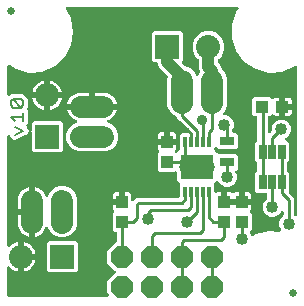
<source format=gbr>
G04 EAGLE Gerber RS-274X export*
G75*
%MOMM*%
%FSLAX34Y34*%
%LPD*%
%INTop Copper*%
%IPPOS*%
%AMOC8*
5,1,8,0,0,1.08239X$1,22.5*%
G01*
%ADD10C,0.203200*%
%ADD11R,1.000000X1.100000*%
%ADD12R,2.794000X2.083000*%
%ADD13R,0.305000X0.889000*%
%ADD14R,1.200000X0.800000*%
%ADD15R,0.635000X1.270000*%
%ADD16R,1.100000X1.000000*%
%ADD17C,1.879600*%
%ADD18R,2.032000X2.032000*%
%ADD19C,2.032000*%
%ADD20P,2.034460X8X22.500000*%
%ADD21C,0.635000*%
%ADD22C,0.254000*%
%ADD23C,1.016000*%
%ADD24C,0.889000*%
%ADD25C,1.016000*%

G36*
X89453Y4336D02*
X89453Y4336D01*
X89591Y4349D01*
X89610Y4356D01*
X89630Y4359D01*
X89759Y4410D01*
X89890Y4457D01*
X89907Y4468D01*
X89926Y4476D01*
X90038Y4557D01*
X90154Y4635D01*
X90167Y4651D01*
X90183Y4662D01*
X90272Y4770D01*
X90364Y4874D01*
X90373Y4892D01*
X90386Y4907D01*
X90445Y5033D01*
X90509Y5157D01*
X90513Y5177D01*
X90522Y5195D01*
X90548Y5332D01*
X90578Y5467D01*
X90578Y5488D01*
X90581Y5507D01*
X90573Y5646D01*
X90569Y5785D01*
X90563Y5805D01*
X90562Y5825D01*
X90519Y5957D01*
X90480Y6091D01*
X90470Y6108D01*
X90464Y6127D01*
X90389Y6245D01*
X90319Y6365D01*
X90300Y6386D01*
X90293Y6396D01*
X90278Y6410D01*
X90212Y6485D01*
X89153Y7544D01*
X89153Y17856D01*
X95800Y24503D01*
X95873Y24597D01*
X95952Y24686D01*
X95970Y24722D01*
X95995Y24754D01*
X96043Y24863D01*
X96097Y24969D01*
X96105Y25008D01*
X96121Y25046D01*
X96140Y25163D01*
X96166Y25279D01*
X96165Y25320D01*
X96171Y25360D01*
X96160Y25478D01*
X96157Y25597D01*
X96145Y25636D01*
X96142Y25676D01*
X96101Y25789D01*
X96068Y25903D01*
X96048Y25938D01*
X96034Y25976D01*
X95967Y26074D01*
X95907Y26177D01*
X95867Y26222D01*
X95855Y26239D01*
X95840Y26252D01*
X95800Y26298D01*
X89153Y32944D01*
X89153Y43256D01*
X96587Y50689D01*
X96623Y50704D01*
X96719Y50773D01*
X96820Y50837D01*
X96848Y50867D01*
X96881Y50890D01*
X96957Y50982D01*
X97038Y51069D01*
X97058Y51104D01*
X97083Y51135D01*
X97134Y51243D01*
X97192Y51347D01*
X97202Y51387D01*
X97219Y51423D01*
X97241Y51540D01*
X97271Y51655D01*
X97275Y51715D01*
X97279Y51735D01*
X97277Y51756D01*
X97281Y51816D01*
X97281Y57882D01*
X97266Y58000D01*
X97259Y58119D01*
X97247Y58157D01*
X97241Y58198D01*
X97198Y58308D01*
X97161Y58421D01*
X97139Y58456D01*
X97124Y58493D01*
X97055Y58589D01*
X96991Y58690D01*
X96961Y58718D01*
X96938Y58751D01*
X96846Y58827D01*
X96759Y58908D01*
X96724Y58928D01*
X96693Y58953D01*
X96585Y59004D01*
X96481Y59062D01*
X96441Y59072D01*
X96405Y59089D01*
X96288Y59111D01*
X96173Y59141D01*
X96113Y59145D01*
X96093Y59149D01*
X96072Y59147D01*
X96012Y59151D01*
X95337Y59151D01*
X93551Y60937D01*
X93551Y74463D01*
X94750Y75662D01*
X94823Y75756D01*
X94902Y75845D01*
X94920Y75881D01*
X94945Y75913D01*
X94992Y76022D01*
X95047Y76128D01*
X95055Y76168D01*
X95071Y76205D01*
X95090Y76322D01*
X95116Y76439D01*
X95115Y76479D01*
X95121Y76519D01*
X95110Y76638D01*
X95107Y76756D01*
X95095Y76795D01*
X95091Y76836D01*
X95051Y76948D01*
X95018Y77062D01*
X94998Y77097D01*
X94984Y77135D01*
X94917Y77233D01*
X94857Y77336D01*
X94817Y77381D01*
X94805Y77398D01*
X94790Y77411D01*
X94750Y77457D01*
X94567Y77640D01*
X94232Y78219D01*
X94059Y78866D01*
X94059Y82201D01*
X100370Y82201D01*
X100488Y82216D01*
X100607Y82223D01*
X100645Y82235D01*
X100685Y82241D01*
X100796Y82284D01*
X100909Y82321D01*
X100943Y82343D01*
X100981Y82358D01*
X101077Y82427D01*
X101178Y82491D01*
X101206Y82521D01*
X101238Y82544D01*
X101314Y82636D01*
X101396Y82723D01*
X101415Y82758D01*
X101441Y82789D01*
X101492Y82897D01*
X101549Y83001D01*
X101559Y83041D01*
X101577Y83077D01*
X101599Y83194D01*
X101629Y83309D01*
X101633Y83369D01*
X101636Y83389D01*
X101635Y83410D01*
X101639Y83470D01*
X101639Y84661D01*
X102830Y84661D01*
X102948Y84676D01*
X103067Y84683D01*
X103105Y84696D01*
X103146Y84701D01*
X103256Y84745D01*
X103369Y84781D01*
X103404Y84803D01*
X103441Y84818D01*
X103537Y84888D01*
X103638Y84951D01*
X103666Y84981D01*
X103699Y85005D01*
X103775Y85096D01*
X103856Y85183D01*
X103876Y85218D01*
X103901Y85250D01*
X103952Y85357D01*
X104010Y85462D01*
X104020Y85501D01*
X104037Y85537D01*
X104059Y85654D01*
X104089Y85770D01*
X104093Y85830D01*
X104097Y85850D01*
X104095Y85870D01*
X104099Y85930D01*
X104099Y92741D01*
X106934Y92741D01*
X107581Y92568D01*
X108160Y92233D01*
X108633Y91760D01*
X108968Y91181D01*
X109141Y90534D01*
X109141Y86563D01*
X109158Y86425D01*
X109171Y86286D01*
X109178Y86267D01*
X109181Y86247D01*
X109232Y86118D01*
X109279Y85987D01*
X109290Y85970D01*
X109298Y85951D01*
X109379Y85839D01*
X109457Y85724D01*
X109473Y85710D01*
X109484Y85694D01*
X109592Y85605D01*
X109696Y85513D01*
X109714Y85504D01*
X109729Y85491D01*
X109855Y85432D01*
X109979Y85369D01*
X109999Y85364D01*
X110017Y85356D01*
X110154Y85330D01*
X110289Y85299D01*
X110310Y85300D01*
X110329Y85296D01*
X110468Y85305D01*
X110607Y85309D01*
X110627Y85314D01*
X110647Y85316D01*
X110779Y85358D01*
X110913Y85397D01*
X110930Y85407D01*
X110949Y85414D01*
X111067Y85488D01*
X111187Y85559D01*
X111208Y85577D01*
X111218Y85584D01*
X111232Y85599D01*
X111307Y85665D01*
X112883Y87240D01*
X113781Y88139D01*
X149257Y88139D01*
X149375Y88154D01*
X149494Y88161D01*
X149532Y88174D01*
X149573Y88179D01*
X149683Y88222D01*
X149796Y88259D01*
X149831Y88281D01*
X149868Y88296D01*
X149964Y88365D01*
X150065Y88429D01*
X150093Y88459D01*
X150126Y88482D01*
X150202Y88574D01*
X150283Y88661D01*
X150303Y88696D01*
X150328Y88727D01*
X150379Y88835D01*
X150437Y88939D01*
X150447Y88979D01*
X150464Y89015D01*
X150486Y89132D01*
X150516Y89247D01*
X150520Y89307D01*
X150524Y89327D01*
X150522Y89348D01*
X150526Y89408D01*
X150526Y99032D01*
X150533Y99049D01*
X150592Y99174D01*
X150596Y99194D01*
X150604Y99212D01*
X150626Y99350D01*
X150652Y99487D01*
X150651Y99507D01*
X150654Y99527D01*
X150641Y99665D01*
X150632Y99804D01*
X150626Y99823D01*
X150624Y99843D01*
X150577Y99975D01*
X150534Y100106D01*
X150524Y100123D01*
X150517Y100143D01*
X150439Y100258D01*
X150364Y100375D01*
X150350Y100389D01*
X150338Y100406D01*
X150234Y100498D01*
X150133Y100593D01*
X150115Y100603D01*
X150100Y100616D01*
X150074Y100629D01*
X148081Y102622D01*
X148081Y109005D01*
X148064Y109143D01*
X148051Y109282D01*
X148044Y109301D01*
X148041Y109321D01*
X147990Y109450D01*
X147943Y109581D01*
X147932Y109598D01*
X147924Y109617D01*
X147843Y109729D01*
X147765Y109844D01*
X147749Y109858D01*
X147738Y109874D01*
X147630Y109963D01*
X147526Y110055D01*
X147508Y110064D01*
X147493Y110077D01*
X147367Y110136D01*
X147243Y110199D01*
X147223Y110204D01*
X147205Y110212D01*
X147069Y110238D01*
X146933Y110269D01*
X146912Y110268D01*
X146893Y110272D01*
X146754Y110264D01*
X146615Y110259D01*
X146595Y110254D01*
X146575Y110252D01*
X146443Y110209D01*
X146309Y110171D01*
X146292Y110161D01*
X146273Y110154D01*
X146155Y110080D01*
X146035Y110009D01*
X146014Y109991D01*
X146004Y109984D01*
X145990Y109969D01*
X145969Y109951D01*
X133437Y109951D01*
X131651Y111737D01*
X131651Y125263D01*
X132850Y126462D01*
X132923Y126556D01*
X133002Y126645D01*
X133020Y126681D01*
X133045Y126713D01*
X133092Y126822D01*
X133147Y126928D01*
X133155Y126968D01*
X133171Y127005D01*
X133190Y127123D01*
X133216Y127239D01*
X133215Y127279D01*
X133221Y127319D01*
X133210Y127438D01*
X133207Y127556D01*
X133195Y127595D01*
X133191Y127636D01*
X133151Y127748D01*
X133118Y127862D01*
X133098Y127897D01*
X133084Y127935D01*
X133017Y128033D01*
X132957Y128136D01*
X132917Y128181D01*
X132905Y128198D01*
X132890Y128211D01*
X132850Y128257D01*
X132667Y128440D01*
X132332Y129019D01*
X132159Y129666D01*
X132159Y133001D01*
X138470Y133001D01*
X138588Y133016D01*
X138707Y133023D01*
X138745Y133035D01*
X138785Y133041D01*
X138896Y133084D01*
X139009Y133121D01*
X139043Y133143D01*
X139081Y133158D01*
X139177Y133227D01*
X139278Y133291D01*
X139306Y133321D01*
X139338Y133344D01*
X139414Y133436D01*
X139496Y133523D01*
X139515Y133558D01*
X139541Y133589D01*
X139592Y133697D01*
X139649Y133801D01*
X139659Y133841D01*
X139677Y133877D01*
X139697Y133984D01*
X139701Y133954D01*
X139745Y133844D01*
X139781Y133731D01*
X139803Y133696D01*
X139818Y133659D01*
X139888Y133562D01*
X139951Y133462D01*
X139981Y133434D01*
X140005Y133401D01*
X140096Y133325D01*
X140183Y133244D01*
X140218Y133224D01*
X140250Y133199D01*
X140357Y133148D01*
X140462Y133090D01*
X140501Y133080D01*
X140537Y133063D01*
X140654Y133041D01*
X140770Y133011D01*
X140830Y133007D01*
X140850Y133003D01*
X140870Y133005D01*
X140930Y133001D01*
X147241Y133001D01*
X147241Y129666D01*
X147068Y129019D01*
X146733Y128440D01*
X146550Y128257D01*
X146477Y128163D01*
X146398Y128073D01*
X146380Y128037D01*
X146355Y128005D01*
X146308Y127896D01*
X146253Y127790D01*
X146245Y127751D01*
X146229Y127714D01*
X146210Y127596D01*
X146184Y127480D01*
X146185Y127440D01*
X146179Y127399D01*
X146190Y127281D01*
X146193Y127162D01*
X146205Y127123D01*
X146209Y127083D01*
X146249Y126971D01*
X146282Y126856D01*
X146302Y126822D01*
X146316Y126784D01*
X146383Y126685D01*
X146443Y126583D01*
X146483Y126537D01*
X146495Y126520D01*
X146510Y126507D01*
X146550Y126462D01*
X146660Y126352D01*
X146754Y126278D01*
X146843Y126200D01*
X146879Y126181D01*
X146911Y126157D01*
X147021Y126109D01*
X147127Y126055D01*
X147166Y126046D01*
X147203Y126030D01*
X147321Y126012D01*
X147437Y125986D01*
X147477Y125987D01*
X147517Y125980D01*
X147636Y125992D01*
X147755Y125995D01*
X147794Y126006D01*
X147834Y126010D01*
X147946Y126051D01*
X148060Y126084D01*
X148095Y126104D01*
X148133Y126118D01*
X148232Y126185D01*
X148334Y126245D01*
X148379Y126285D01*
X148396Y126296D01*
X148410Y126312D01*
X148455Y126352D01*
X150097Y127993D01*
X150109Y128002D01*
X150224Y128080D01*
X150238Y128096D01*
X150254Y128107D01*
X150343Y128215D01*
X150435Y128319D01*
X150444Y128337D01*
X150457Y128352D01*
X150516Y128478D01*
X150579Y128602D01*
X150584Y128622D01*
X150592Y128640D01*
X150618Y128776D01*
X150649Y128912D01*
X150648Y128933D01*
X150652Y128952D01*
X150644Y129091D01*
X150639Y129230D01*
X150634Y129250D01*
X150632Y129270D01*
X150590Y129402D01*
X150551Y129536D01*
X150541Y129553D01*
X150534Y129572D01*
X150526Y129585D01*
X150526Y141103D01*
X152312Y142889D01*
X157819Y142889D01*
X157957Y142906D01*
X158096Y142919D01*
X158115Y142926D01*
X158135Y142929D01*
X158264Y142980D01*
X158395Y143027D01*
X158412Y143038D01*
X158431Y143046D01*
X158543Y143127D01*
X158658Y143205D01*
X158672Y143221D01*
X158688Y143232D01*
X158777Y143340D01*
X158869Y143444D01*
X158878Y143462D01*
X158891Y143477D01*
X158950Y143603D01*
X159013Y143727D01*
X159018Y143747D01*
X159026Y143765D01*
X159052Y143901D01*
X159083Y144037D01*
X159082Y144058D01*
X159086Y144077D01*
X159077Y144216D01*
X159073Y144355D01*
X159068Y144375D01*
X159066Y144395D01*
X159024Y144527D01*
X158985Y144661D01*
X158975Y144678D01*
X158968Y144697D01*
X158894Y144815D01*
X158823Y144935D01*
X158805Y144956D01*
X158798Y144966D01*
X158783Y144980D01*
X158717Y145055D01*
X150983Y152790D01*
X148081Y155691D01*
X148081Y155871D01*
X148078Y155900D01*
X148080Y155929D01*
X148058Y156057D01*
X148041Y156186D01*
X148031Y156213D01*
X148026Y156243D01*
X147972Y156361D01*
X147924Y156482D01*
X147907Y156506D01*
X147895Y156533D01*
X147814Y156634D01*
X147738Y156739D01*
X147715Y156758D01*
X147696Y156781D01*
X147593Y156859D01*
X147493Y156942D01*
X147466Y156955D01*
X147442Y156972D01*
X147298Y157043D01*
X145350Y157850D01*
X141848Y161352D01*
X139953Y165926D01*
X139953Y189674D01*
X140149Y190147D01*
X140157Y190175D01*
X140170Y190202D01*
X140199Y190328D01*
X140233Y190454D01*
X140234Y190483D01*
X140240Y190512D01*
X140236Y190642D01*
X140238Y190772D01*
X140231Y190800D01*
X140230Y190830D01*
X140194Y190954D01*
X140164Y191081D01*
X140150Y191107D01*
X140142Y191135D01*
X140076Y191247D01*
X140015Y191362D01*
X139995Y191384D01*
X139980Y191409D01*
X139874Y191530D01*
X135274Y196130D01*
X132809Y198595D01*
X131551Y201633D01*
X131549Y201659D01*
X131536Y201697D01*
X131531Y201738D01*
X131488Y201848D01*
X131451Y201961D01*
X131429Y201996D01*
X131414Y202033D01*
X131345Y202129D01*
X131281Y202230D01*
X131251Y202258D01*
X131228Y202291D01*
X131136Y202367D01*
X131049Y202448D01*
X131014Y202468D01*
X130983Y202493D01*
X130875Y202544D01*
X130771Y202602D01*
X130731Y202612D01*
X130695Y202629D01*
X130578Y202651D01*
X130463Y202681D01*
X130403Y202685D01*
X130383Y202689D01*
X130362Y202687D01*
X130302Y202691D01*
X128277Y202691D01*
X126491Y204477D01*
X126491Y227323D01*
X128277Y229109D01*
X151123Y229109D01*
X152909Y227323D01*
X152909Y204477D01*
X152311Y203880D01*
X152238Y203786D01*
X152159Y203696D01*
X152141Y203660D01*
X152116Y203628D01*
X152069Y203519D01*
X152015Y203413D01*
X152006Y203374D01*
X151990Y203336D01*
X151971Y203219D01*
X151945Y203103D01*
X151946Y203062D01*
X151940Y203022D01*
X151951Y202904D01*
X151955Y202785D01*
X151966Y202746D01*
X151970Y202706D01*
X152010Y202594D01*
X152043Y202479D01*
X152064Y202445D01*
X152077Y202406D01*
X152144Y202308D01*
X152205Y202205D01*
X152245Y202160D01*
X152256Y202143D01*
X152271Y202130D01*
X152311Y202085D01*
X154484Y199911D01*
X154492Y199906D01*
X154497Y199899D01*
X154616Y199809D01*
X154736Y199717D01*
X154744Y199713D01*
X154752Y199707D01*
X154896Y199636D01*
X159450Y197750D01*
X162952Y194248D01*
X163927Y191893D01*
X163996Y191773D01*
X164061Y191650D01*
X164075Y191635D01*
X164085Y191617D01*
X164182Y191517D01*
X164275Y191414D01*
X164292Y191403D01*
X164306Y191389D01*
X164425Y191316D01*
X164541Y191240D01*
X164560Y191233D01*
X164577Y191222D01*
X164710Y191182D01*
X164842Y191136D01*
X164862Y191135D01*
X164881Y191129D01*
X165020Y191122D01*
X165159Y191111D01*
X165179Y191115D01*
X165199Y191114D01*
X165335Y191142D01*
X165472Y191166D01*
X165490Y191174D01*
X165510Y191178D01*
X165635Y191239D01*
X165762Y191296D01*
X165778Y191309D01*
X165796Y191318D01*
X165902Y191408D01*
X166010Y191495D01*
X166023Y191511D01*
X166038Y191524D01*
X166118Y191638D01*
X166202Y191749D01*
X166214Y191774D01*
X166221Y191784D01*
X166228Y191803D01*
X166273Y191893D01*
X167291Y194353D01*
X167318Y194448D01*
X167353Y194541D01*
X167359Y194601D01*
X167375Y194660D01*
X167377Y194759D01*
X167388Y194857D01*
X167379Y194917D01*
X167380Y194978D01*
X167357Y195074D01*
X167344Y195172D01*
X167311Y195267D01*
X167306Y195287D01*
X167301Y195298D01*
X167291Y195324D01*
X166571Y197063D01*
X166571Y204823D01*
X166559Y204921D01*
X166556Y205020D01*
X166539Y205078D01*
X166531Y205139D01*
X166495Y205231D01*
X166467Y205326D01*
X166437Y205378D01*
X166414Y205434D01*
X166356Y205514D01*
X166306Y205600D01*
X166240Y205675D01*
X166228Y205692D01*
X166218Y205699D01*
X166200Y205720D01*
X163502Y208418D01*
X161491Y213273D01*
X161491Y218527D01*
X163502Y223382D01*
X167218Y227098D01*
X172073Y229109D01*
X177327Y229109D01*
X182182Y227098D01*
X185898Y223382D01*
X187909Y218527D01*
X187909Y213273D01*
X185898Y208418D01*
X183200Y205720D01*
X183140Y205642D01*
X183072Y205570D01*
X183043Y205517D01*
X183006Y205469D01*
X182966Y205378D01*
X182918Y205292D01*
X182903Y205233D01*
X182879Y205177D01*
X182864Y205079D01*
X182839Y204984D01*
X182833Y204884D01*
X182829Y204863D01*
X182831Y204851D01*
X182829Y204823D01*
X182829Y202573D01*
X182841Y202475D01*
X182844Y202376D01*
X182861Y202317D01*
X182869Y202257D01*
X182905Y202165D01*
X182933Y202070D01*
X182963Y202018D01*
X182986Y201962D01*
X183044Y201882D01*
X183094Y201796D01*
X183160Y201721D01*
X183172Y201704D01*
X183182Y201696D01*
X183200Y201675D01*
X184691Y200185D01*
X185929Y197197D01*
X185941Y197099D01*
X185944Y197000D01*
X185961Y196942D01*
X185969Y196882D01*
X186005Y196790D01*
X186033Y196695D01*
X186063Y196642D01*
X186086Y196586D01*
X186144Y196506D01*
X186194Y196421D01*
X186260Y196345D01*
X186272Y196329D01*
X186282Y196321D01*
X186300Y196300D01*
X188352Y194248D01*
X190247Y189674D01*
X190247Y165926D01*
X188352Y161352D01*
X187156Y160155D01*
X187071Y160046D01*
X186982Y159939D01*
X186973Y159920D01*
X186961Y159904D01*
X186906Y159777D01*
X186846Y159651D01*
X186843Y159631D01*
X186835Y159612D01*
X186813Y159474D01*
X186787Y159338D01*
X186788Y159318D01*
X186785Y159298D01*
X186798Y159159D01*
X186806Y159021D01*
X186813Y159002D01*
X186814Y158982D01*
X186862Y158850D01*
X186904Y158719D01*
X186915Y158701D01*
X186922Y158682D01*
X187000Y158567D01*
X187075Y158450D01*
X187089Y158436D01*
X187101Y158419D01*
X187205Y158327D01*
X187306Y158232D01*
X187324Y158222D01*
X187339Y158209D01*
X187463Y158145D01*
X187585Y158078D01*
X187604Y158073D01*
X187622Y158064D01*
X187758Y158034D01*
X187893Y157999D01*
X187921Y157997D01*
X187933Y157994D01*
X187953Y157995D01*
X188053Y157989D01*
X189577Y157989D01*
X192565Y156751D01*
X194851Y154465D01*
X196089Y151477D01*
X196089Y148243D01*
X194915Y145410D01*
X194913Y145401D01*
X194908Y145393D01*
X194871Y145248D01*
X194831Y145104D01*
X194831Y145094D01*
X194829Y145085D01*
X194819Y144925D01*
X194819Y144318D01*
X194834Y144200D01*
X194841Y144081D01*
X194854Y144043D01*
X194859Y144002D01*
X194902Y143892D01*
X194939Y143779D01*
X194961Y143744D01*
X194976Y143707D01*
X195045Y143611D01*
X195109Y143510D01*
X195139Y143482D01*
X195162Y143449D01*
X195254Y143373D01*
X195341Y143292D01*
X195376Y143272D01*
X195407Y143247D01*
X195515Y143196D01*
X195619Y143138D01*
X195659Y143128D01*
X195695Y143111D01*
X195812Y143089D01*
X195927Y143059D01*
X195987Y143055D01*
X196007Y143051D01*
X196028Y143053D01*
X196088Y143049D01*
X197763Y143049D01*
X199549Y141263D01*
X199549Y130737D01*
X197763Y128951D01*
X183237Y128951D01*
X181840Y130348D01*
X181731Y130433D01*
X181624Y130522D01*
X181605Y130530D01*
X181589Y130543D01*
X181461Y130598D01*
X181336Y130657D01*
X181316Y130661D01*
X181297Y130669D01*
X181159Y130691D01*
X181023Y130717D01*
X181003Y130716D01*
X180983Y130719D01*
X180844Y130706D01*
X180706Y130697D01*
X180687Y130691D01*
X180667Y130689D01*
X180535Y130642D01*
X180404Y130599D01*
X180386Y130589D01*
X180367Y130582D01*
X180252Y130504D01*
X180135Y130429D01*
X180121Y130414D01*
X180104Y130403D01*
X180012Y130299D01*
X179917Y130198D01*
X179907Y130180D01*
X179894Y130165D01*
X179830Y130041D01*
X179763Y129919D01*
X179758Y129900D01*
X179749Y129881D01*
X179719Y129746D01*
X179684Y129611D01*
X179682Y129588D01*
X179667Y129551D01*
X179608Y129426D01*
X179604Y129406D01*
X179596Y129388D01*
X179574Y129250D01*
X179548Y129113D01*
X179549Y129093D01*
X179546Y129073D01*
X179559Y128935D01*
X179568Y128796D01*
X179574Y128777D01*
X179576Y128757D01*
X179623Y128625D01*
X179666Y128494D01*
X179676Y128477D01*
X179683Y128457D01*
X179761Y128342D01*
X179836Y128225D01*
X179850Y128211D01*
X179862Y128194D01*
X179966Y128102D01*
X180067Y128007D01*
X180085Y127997D01*
X180100Y127984D01*
X180126Y127971D01*
X182201Y125896D01*
X182202Y125892D01*
X182239Y125779D01*
X182261Y125744D01*
X182276Y125707D01*
X182345Y125611D01*
X182409Y125510D01*
X182439Y125482D01*
X182462Y125449D01*
X182554Y125373D01*
X182641Y125292D01*
X182676Y125272D01*
X182707Y125247D01*
X182815Y125196D01*
X182919Y125138D01*
X182959Y125128D01*
X182995Y125111D01*
X183112Y125089D01*
X183227Y125059D01*
X183287Y125055D01*
X183307Y125051D01*
X183328Y125053D01*
X183388Y125049D01*
X197763Y125049D01*
X199549Y123263D01*
X199549Y112737D01*
X197825Y111014D01*
X197807Y110991D01*
X197785Y110971D01*
X197710Y110865D01*
X197630Y110763D01*
X197619Y110735D01*
X197602Y110711D01*
X197556Y110590D01*
X197504Y110471D01*
X197499Y110442D01*
X197489Y110414D01*
X197475Y110285D01*
X197454Y110157D01*
X197457Y110127D01*
X197454Y110098D01*
X197472Y109969D01*
X197484Y109840D01*
X197494Y109812D01*
X197498Y109783D01*
X197550Y109631D01*
X198629Y107027D01*
X198629Y103793D01*
X197391Y100805D01*
X195105Y98519D01*
X192117Y97281D01*
X188883Y97281D01*
X185895Y98519D01*
X183609Y100805D01*
X183367Y101389D01*
X183343Y101432D01*
X183326Y101479D01*
X183264Y101570D01*
X183210Y101665D01*
X183175Y101701D01*
X183147Y101742D01*
X183065Y101814D01*
X182988Y101893D01*
X182946Y101919D01*
X182909Y101952D01*
X182811Y102002D01*
X182717Y102060D01*
X182670Y102074D01*
X182625Y102097D01*
X182518Y102121D01*
X182413Y102153D01*
X182364Y102156D01*
X182315Y102167D01*
X182205Y102163D01*
X182096Y102168D01*
X182047Y102158D01*
X181997Y102157D01*
X181892Y102126D01*
X181784Y102104D01*
X181740Y102082D01*
X181692Y102068D01*
X181597Y102013D01*
X181498Y101964D01*
X181461Y101932D01*
X181418Y101907D01*
X181297Y101801D01*
X180103Y100607D01*
X180091Y100598D01*
X179976Y100520D01*
X179962Y100504D01*
X179946Y100493D01*
X179857Y100385D01*
X179765Y100281D01*
X179756Y100263D01*
X179743Y100248D01*
X179684Y100122D01*
X179621Y99998D01*
X179616Y99978D01*
X179608Y99960D01*
X179582Y99824D01*
X179551Y99688D01*
X179552Y99667D01*
X179548Y99648D01*
X179556Y99509D01*
X179561Y99370D01*
X179566Y99350D01*
X179568Y99330D01*
X179610Y99198D01*
X179649Y99064D01*
X179659Y99047D01*
X179666Y99028D01*
X179674Y99015D01*
X179674Y93435D01*
X179690Y93304D01*
X179701Y93172D01*
X179710Y93146D01*
X179714Y93119D01*
X179762Y92996D01*
X179806Y92871D01*
X179821Y92849D01*
X179831Y92824D01*
X179908Y92716D01*
X179982Y92606D01*
X180002Y92588D01*
X180017Y92566D01*
X180119Y92482D01*
X180218Y92393D01*
X180242Y92381D01*
X180262Y92363D01*
X180382Y92307D01*
X180499Y92246D01*
X180526Y92239D01*
X180550Y92228D01*
X180680Y92203D01*
X180809Y92173D01*
X180836Y92173D01*
X180862Y92168D01*
X180994Y92176D01*
X181127Y92179D01*
X181153Y92186D01*
X181180Y92188D01*
X181306Y92229D01*
X181433Y92264D01*
X181468Y92281D01*
X181482Y92286D01*
X181501Y92297D01*
X181578Y92336D01*
X181979Y92568D01*
X182626Y92741D01*
X185461Y92741D01*
X185461Y85930D01*
X185476Y85812D01*
X185483Y85693D01*
X185495Y85655D01*
X185501Y85615D01*
X185544Y85504D01*
X185581Y85391D01*
X185603Y85357D01*
X185618Y85319D01*
X185687Y85223D01*
X185751Y85122D01*
X185781Y85094D01*
X185804Y85062D01*
X185896Y84986D01*
X185983Y84904D01*
X186018Y84885D01*
X186049Y84859D01*
X186157Y84808D01*
X186261Y84751D01*
X186301Y84741D01*
X186337Y84723D01*
X186454Y84701D01*
X186569Y84671D01*
X186629Y84667D01*
X186649Y84664D01*
X186670Y84665D01*
X186730Y84661D01*
X187921Y84661D01*
X187921Y83470D01*
X187936Y83352D01*
X187943Y83233D01*
X187956Y83195D01*
X187961Y83154D01*
X188005Y83044D01*
X188041Y82931D01*
X188063Y82896D01*
X188078Y82859D01*
X188148Y82762D01*
X188211Y82662D01*
X188241Y82634D01*
X188265Y82601D01*
X188356Y82525D01*
X188443Y82444D01*
X188478Y82424D01*
X188510Y82399D01*
X188617Y82348D01*
X188722Y82290D01*
X188761Y82280D01*
X188797Y82263D01*
X188914Y82241D01*
X189030Y82211D01*
X189090Y82207D01*
X189110Y82203D01*
X189130Y82205D01*
X189190Y82201D01*
X201970Y82201D01*
X202088Y82216D01*
X202207Y82223D01*
X202245Y82235D01*
X202285Y82241D01*
X202396Y82284D01*
X202509Y82321D01*
X202543Y82343D01*
X202581Y82358D01*
X202677Y82427D01*
X202778Y82491D01*
X202806Y82521D01*
X202838Y82544D01*
X202914Y82636D01*
X202996Y82723D01*
X203015Y82758D01*
X203041Y82789D01*
X203092Y82897D01*
X203149Y83001D01*
X203159Y83041D01*
X203177Y83077D01*
X203197Y83184D01*
X203201Y83154D01*
X203245Y83044D01*
X203281Y82931D01*
X203303Y82896D01*
X203318Y82859D01*
X203388Y82762D01*
X203451Y82662D01*
X203481Y82634D01*
X203505Y82601D01*
X203596Y82525D01*
X203683Y82444D01*
X203718Y82424D01*
X203750Y82399D01*
X203857Y82348D01*
X203962Y82290D01*
X204001Y82280D01*
X204037Y82263D01*
X204154Y82241D01*
X204270Y82211D01*
X204330Y82207D01*
X204350Y82203D01*
X204370Y82205D01*
X204430Y82201D01*
X210741Y82201D01*
X210741Y78866D01*
X210568Y78219D01*
X210233Y77640D01*
X210050Y77457D01*
X209977Y77363D01*
X209898Y77273D01*
X209880Y77237D01*
X209855Y77205D01*
X209808Y77096D01*
X209753Y76990D01*
X209745Y76951D01*
X209729Y76914D01*
X209710Y76796D01*
X209684Y76680D01*
X209685Y76639D01*
X209679Y76599D01*
X209690Y76481D01*
X209693Y76362D01*
X209705Y76323D01*
X209709Y76283D01*
X209749Y76171D01*
X209782Y76056D01*
X209802Y76022D01*
X209816Y75984D01*
X209883Y75885D01*
X209943Y75783D01*
X209983Y75737D01*
X209995Y75720D01*
X210010Y75707D01*
X210050Y75662D01*
X211249Y74463D01*
X211249Y60937D01*
X210071Y59760D01*
X209998Y59665D01*
X209919Y59576D01*
X209901Y59540D01*
X209876Y59508D01*
X209829Y59399D01*
X209775Y59293D01*
X209766Y59254D01*
X209750Y59216D01*
X209731Y59099D01*
X209705Y58983D01*
X209706Y58942D01*
X209700Y58902D01*
X209711Y58783D01*
X209715Y58665D01*
X209726Y58626D01*
X209730Y58586D01*
X209770Y58474D01*
X209803Y58359D01*
X209824Y58325D01*
X209837Y58286D01*
X209904Y58188D01*
X209965Y58085D01*
X210005Y58040D01*
X210016Y58023D01*
X210031Y58010D01*
X210071Y57965D01*
X210091Y57945D01*
X210698Y56480D01*
X210736Y56412D01*
X210766Y56340D01*
X210815Y56275D01*
X210855Y56204D01*
X210910Y56148D01*
X210956Y56085D01*
X211020Y56034D01*
X211077Y55975D01*
X211143Y55935D01*
X211204Y55886D01*
X211278Y55852D01*
X211348Y55809D01*
X211422Y55786D01*
X211493Y55754D01*
X211574Y55740D01*
X211652Y55716D01*
X211729Y55712D01*
X211806Y55698D01*
X211888Y55704D01*
X211969Y55700D01*
X212046Y55716D01*
X212123Y55722D01*
X212201Y55748D01*
X212281Y55765D01*
X212351Y55799D01*
X212425Y55824D01*
X212565Y55903D01*
X214629Y57252D01*
X225728Y60062D01*
X234624Y59325D01*
X234657Y59327D01*
X234689Y59321D01*
X234816Y59333D01*
X234942Y59339D01*
X234973Y59348D01*
X235006Y59351D01*
X235125Y59394D01*
X235246Y59431D01*
X235274Y59448D01*
X235305Y59459D01*
X235410Y59530D01*
X235518Y59596D01*
X235541Y59619D01*
X235568Y59638D01*
X235652Y59733D01*
X235741Y59823D01*
X235757Y59852D01*
X235778Y59876D01*
X235836Y59989D01*
X235899Y60099D01*
X235908Y60130D01*
X235923Y60159D01*
X235951Y60283D01*
X235985Y60405D01*
X235986Y60438D01*
X235993Y60470D01*
X235989Y60597D01*
X235991Y60723D01*
X235984Y60755D01*
X235983Y60787D01*
X235948Y60909D01*
X235919Y61033D01*
X235904Y61062D01*
X235895Y61093D01*
X235830Y61202D01*
X235771Y61315D01*
X235749Y61339D01*
X235733Y61367D01*
X235684Y61422D01*
X234441Y64423D01*
X234441Y67657D01*
X235679Y70645D01*
X237880Y72845D01*
X237940Y72924D01*
X238008Y72996D01*
X238037Y73049D01*
X238074Y73097D01*
X238114Y73188D01*
X238162Y73274D01*
X238177Y73333D01*
X238201Y73388D01*
X238216Y73486D01*
X238241Y73582D01*
X238247Y73682D01*
X238251Y73702D01*
X238249Y73715D01*
X238251Y73743D01*
X238251Y75688D01*
X238243Y75757D01*
X238244Y75827D01*
X238223Y75914D01*
X238211Y76003D01*
X238186Y76068D01*
X238169Y76136D01*
X238127Y76216D01*
X238094Y76299D01*
X238053Y76356D01*
X238021Y76417D01*
X237960Y76484D01*
X237908Y76556D01*
X237854Y76601D01*
X237807Y76653D01*
X237732Y76702D01*
X237663Y76759D01*
X237599Y76789D01*
X237541Y76827D01*
X237456Y76857D01*
X237375Y76895D01*
X237306Y76908D01*
X237240Y76931D01*
X237151Y76938D01*
X237063Y76955D01*
X236993Y76950D01*
X236923Y76956D01*
X236835Y76940D01*
X236745Y76935D01*
X236679Y76913D01*
X236610Y76901D01*
X236528Y76864D01*
X236443Y76837D01*
X236384Y76799D01*
X236320Y76771D01*
X236250Y76715D01*
X236174Y76667D01*
X236126Y76616D01*
X236072Y76572D01*
X236018Y76501D01*
X235956Y76435D01*
X235922Y76374D01*
X235880Y76318D01*
X235809Y76174D01*
X235491Y75405D01*
X233205Y73119D01*
X230217Y71881D01*
X226983Y71881D01*
X223995Y73119D01*
X221709Y75405D01*
X220471Y78393D01*
X220471Y81627D01*
X221709Y84615D01*
X223910Y86815D01*
X223970Y86894D01*
X224038Y86966D01*
X224067Y87019D01*
X224104Y87067D01*
X224144Y87158D01*
X224192Y87244D01*
X224207Y87303D01*
X224231Y87358D01*
X224246Y87456D01*
X224271Y87552D01*
X224277Y87652D01*
X224281Y87673D01*
X224279Y87685D01*
X224281Y87713D01*
X224281Y90932D01*
X224266Y91050D01*
X224259Y91169D01*
X224246Y91207D01*
X224241Y91248D01*
X224198Y91358D01*
X224161Y91471D01*
X224139Y91506D01*
X224124Y91543D01*
X224055Y91639D01*
X223991Y91740D01*
X223961Y91768D01*
X223938Y91801D01*
X223846Y91877D01*
X223759Y91958D01*
X223724Y91978D01*
X223693Y92003D01*
X223585Y92054D01*
X223481Y92112D01*
X223441Y92122D01*
X223405Y92139D01*
X223288Y92161D01*
X223173Y92191D01*
X223113Y92195D01*
X223093Y92199D01*
X223072Y92197D01*
X223012Y92201D01*
X216034Y92201D01*
X214248Y93987D01*
X214248Y109213D01*
X215782Y110746D01*
X215842Y110824D01*
X215910Y110896D01*
X215939Y110949D01*
X215976Y110997D01*
X216016Y111088D01*
X216064Y111175D01*
X216079Y111233D01*
X216103Y111289D01*
X216118Y111387D01*
X216143Y111483D01*
X216149Y111583D01*
X216153Y111603D01*
X216151Y111616D01*
X216153Y111644D01*
X216153Y116956D01*
X216141Y117055D01*
X216138Y117154D01*
X216121Y117212D01*
X216113Y117272D01*
X216077Y117364D01*
X216049Y117459D01*
X216019Y117511D01*
X215996Y117568D01*
X215938Y117648D01*
X215888Y117733D01*
X215822Y117808D01*
X215810Y117825D01*
X215800Y117833D01*
X215782Y117854D01*
X214248Y119387D01*
X214248Y134613D01*
X215782Y136146D01*
X215842Y136224D01*
X215910Y136296D01*
X215939Y136349D01*
X215976Y136397D01*
X216016Y136488D01*
X216064Y136575D01*
X216079Y136633D01*
X216103Y136689D01*
X216118Y136787D01*
X216143Y136883D01*
X216149Y136983D01*
X216153Y137003D01*
X216151Y137016D01*
X216153Y137044D01*
X216153Y155782D01*
X216138Y155900D01*
X216131Y156019D01*
X216118Y156057D01*
X216113Y156098D01*
X216070Y156208D01*
X216033Y156321D01*
X216011Y156356D01*
X215996Y156393D01*
X215927Y156489D01*
X215863Y156590D01*
X215833Y156618D01*
X215810Y156651D01*
X215718Y156727D01*
X215631Y156808D01*
X215596Y156828D01*
X215565Y156853D01*
X215457Y156904D01*
X215353Y156962D01*
X215313Y156972D01*
X215277Y156989D01*
X215160Y157011D01*
X215045Y157041D01*
X214985Y157045D01*
X214965Y157049D01*
X214944Y157047D01*
X214884Y157051D01*
X213337Y157051D01*
X211551Y158837D01*
X211551Y171363D01*
X213337Y173149D01*
X226863Y173149D01*
X228062Y171950D01*
X228156Y171877D01*
X228245Y171798D01*
X228281Y171780D01*
X228313Y171755D01*
X228422Y171708D01*
X228528Y171653D01*
X228568Y171645D01*
X228605Y171629D01*
X228723Y171610D01*
X228839Y171584D01*
X228879Y171585D01*
X228919Y171579D01*
X229038Y171590D01*
X229156Y171593D01*
X229195Y171605D01*
X229236Y171609D01*
X229348Y171649D01*
X229462Y171682D01*
X229497Y171702D01*
X229535Y171716D01*
X229633Y171783D01*
X229736Y171843D01*
X229781Y171883D01*
X229798Y171895D01*
X229811Y171910D01*
X229857Y171950D01*
X230040Y172133D01*
X230619Y172468D01*
X231266Y172641D01*
X234601Y172641D01*
X234601Y166330D01*
X234616Y166212D01*
X234623Y166093D01*
X234635Y166055D01*
X234641Y166015D01*
X234684Y165904D01*
X234721Y165791D01*
X234743Y165757D01*
X234758Y165719D01*
X234827Y165623D01*
X234891Y165522D01*
X234921Y165494D01*
X234944Y165462D01*
X235036Y165386D01*
X235123Y165304D01*
X235158Y165285D01*
X235189Y165259D01*
X235297Y165208D01*
X235401Y165151D01*
X235441Y165141D01*
X235477Y165123D01*
X235584Y165103D01*
X235554Y165099D01*
X235444Y165055D01*
X235331Y165019D01*
X235296Y164997D01*
X235259Y164982D01*
X235162Y164912D01*
X235062Y164849D01*
X235034Y164819D01*
X235001Y164795D01*
X234925Y164704D01*
X234844Y164617D01*
X234824Y164582D01*
X234799Y164550D01*
X234748Y164443D01*
X234690Y164338D01*
X234680Y164299D01*
X234663Y164263D01*
X234641Y164146D01*
X234611Y164030D01*
X234607Y163970D01*
X234603Y163950D01*
X234605Y163930D01*
X234601Y163870D01*
X234601Y157559D01*
X231266Y157559D01*
X230619Y157732D01*
X230040Y158067D01*
X229857Y158250D01*
X229763Y158323D01*
X229673Y158402D01*
X229637Y158420D01*
X229605Y158445D01*
X229496Y158492D01*
X229390Y158547D01*
X229351Y158555D01*
X229314Y158571D01*
X229196Y158590D01*
X229080Y158616D01*
X229039Y158615D01*
X228999Y158621D01*
X228881Y158610D01*
X228762Y158607D01*
X228723Y158595D01*
X228683Y158591D01*
X228571Y158551D01*
X228456Y158518D01*
X228422Y158498D01*
X228384Y158484D01*
X228285Y158417D01*
X228183Y158357D01*
X228137Y158317D01*
X228120Y158305D01*
X228107Y158290D01*
X228062Y158250D01*
X226863Y157051D01*
X226060Y157051D01*
X225942Y157036D01*
X225823Y157029D01*
X225785Y157016D01*
X225744Y157011D01*
X225634Y156968D01*
X225521Y156931D01*
X225486Y156909D01*
X225449Y156894D01*
X225353Y156825D01*
X225252Y156761D01*
X225224Y156731D01*
X225191Y156708D01*
X225115Y156616D01*
X225034Y156529D01*
X225014Y156494D01*
X224989Y156463D01*
X224938Y156355D01*
X224880Y156251D01*
X224870Y156211D01*
X224853Y156175D01*
X224831Y156058D01*
X224801Y155943D01*
X224797Y155883D01*
X224793Y155863D01*
X224795Y155842D01*
X224791Y155782D01*
X224791Y143793D01*
X224808Y143655D01*
X224821Y143516D01*
X224828Y143497D01*
X224831Y143477D01*
X224882Y143347D01*
X224929Y143217D01*
X224940Y143200D01*
X224948Y143181D01*
X225029Y143069D01*
X225107Y142954D01*
X225123Y142940D01*
X225134Y142924D01*
X225242Y142835D01*
X225346Y142743D01*
X225364Y142734D01*
X225379Y142721D01*
X225505Y142662D01*
X225629Y142599D01*
X225649Y142594D01*
X225667Y142586D01*
X225804Y142560D01*
X225939Y142529D01*
X225960Y142530D01*
X225979Y142526D01*
X226118Y142535D01*
X226257Y142539D01*
X226277Y142544D01*
X226297Y142546D01*
X226429Y142588D01*
X226563Y142627D01*
X226580Y142637D01*
X226599Y142644D01*
X226717Y142718D01*
X226837Y142789D01*
X226858Y142807D01*
X226868Y142814D01*
X226882Y142829D01*
X226957Y142895D01*
X227720Y143657D01*
X227780Y143735D01*
X227848Y143808D01*
X227877Y143861D01*
X227914Y143908D01*
X227954Y143999D01*
X228002Y144086D01*
X228017Y144145D01*
X228041Y144200D01*
X228056Y144298D01*
X228081Y144394D01*
X228087Y144494D01*
X228091Y144514D01*
X228089Y144527D01*
X228091Y144555D01*
X228091Y147667D01*
X229329Y150655D01*
X231615Y152941D01*
X234603Y154179D01*
X237837Y154179D01*
X240825Y152941D01*
X243111Y150655D01*
X244349Y147667D01*
X244349Y144433D01*
X243111Y141445D01*
X240825Y139159D01*
X240056Y138841D01*
X239996Y138806D01*
X239931Y138780D01*
X239858Y138728D01*
X239780Y138683D01*
X239730Y138635D01*
X239674Y138594D01*
X239616Y138524D01*
X239552Y138462D01*
X239515Y138402D01*
X239471Y138349D01*
X239432Y138267D01*
X239385Y138191D01*
X239365Y138124D01*
X239335Y138061D01*
X239318Y137973D01*
X239292Y137887D01*
X239289Y137817D01*
X239275Y137748D01*
X239281Y137659D01*
X239277Y137569D01*
X239291Y137501D01*
X239295Y137431D01*
X239323Y137346D01*
X239341Y137258D01*
X239372Y137195D01*
X239393Y137129D01*
X239441Y137053D01*
X239481Y136972D01*
X239526Y136919D01*
X239563Y136860D01*
X239629Y136798D01*
X239687Y136730D01*
X239744Y136690D01*
X239795Y136642D01*
X239874Y136598D01*
X239947Y136547D01*
X240012Y136522D01*
X240073Y136488D01*
X240161Y136466D01*
X240244Y136434D01*
X240314Y136426D01*
X240381Y136409D01*
X240542Y136399D01*
X241166Y136399D01*
X242952Y134613D01*
X242952Y119387D01*
X241418Y117854D01*
X241358Y117776D01*
X241290Y117704D01*
X241261Y117651D01*
X241224Y117603D01*
X241184Y117512D01*
X241136Y117425D01*
X241121Y117366D01*
X241097Y117311D01*
X241082Y117213D01*
X241057Y117117D01*
X241051Y117017D01*
X241047Y116997D01*
X241049Y116984D01*
X241047Y116956D01*
X241047Y111644D01*
X241059Y111545D01*
X241062Y111446D01*
X241079Y111388D01*
X241087Y111328D01*
X241123Y111236D01*
X241151Y111141D01*
X241181Y111089D01*
X241204Y111032D01*
X241262Y110952D01*
X241312Y110867D01*
X241378Y110792D01*
X241390Y110775D01*
X241400Y110767D01*
X241418Y110746D01*
X242952Y109213D01*
X242952Y93987D01*
X242899Y93934D01*
X242826Y93840D01*
X242747Y93751D01*
X242728Y93715D01*
X242704Y93683D01*
X242656Y93574D01*
X242602Y93468D01*
X242593Y93428D01*
X242577Y93391D01*
X242559Y93273D01*
X242533Y93157D01*
X242534Y93117D01*
X242527Y93077D01*
X242539Y92958D01*
X242542Y92839D01*
X242553Y92800D01*
X242557Y92760D01*
X242598Y92648D01*
X242631Y92534D01*
X242651Y92499D01*
X242665Y92461D01*
X242732Y92362D01*
X242792Y92260D01*
X242832Y92215D01*
X242843Y92198D01*
X242859Y92184D01*
X242899Y92139D01*
X246889Y88149D01*
X246889Y73743D01*
X246901Y73645D01*
X246904Y73546D01*
X246921Y73487D01*
X246929Y73427D01*
X246965Y73335D01*
X246993Y73240D01*
X247023Y73188D01*
X247046Y73132D01*
X247104Y73052D01*
X247154Y72966D01*
X247220Y72891D01*
X247232Y72874D01*
X247242Y72866D01*
X247260Y72845D01*
X247515Y72591D01*
X247624Y72506D01*
X247731Y72417D01*
X247750Y72409D01*
X247766Y72396D01*
X247894Y72341D01*
X248019Y72282D01*
X248039Y72278D01*
X248058Y72270D01*
X248196Y72248D01*
X248332Y72222D01*
X248352Y72223D01*
X248372Y72220D01*
X248511Y72233D01*
X248649Y72242D01*
X248668Y72248D01*
X248688Y72250D01*
X248820Y72297D01*
X248951Y72340D01*
X248969Y72351D01*
X248988Y72358D01*
X249103Y72436D01*
X249220Y72510D01*
X249234Y72525D01*
X249251Y72536D01*
X249343Y72640D01*
X249438Y72742D01*
X249448Y72759D01*
X249461Y72775D01*
X249524Y72898D01*
X249592Y73020D01*
X249597Y73040D01*
X249606Y73058D01*
X249636Y73194D01*
X249671Y73328D01*
X249673Y73356D01*
X249676Y73368D01*
X249675Y73388D01*
X249681Y73489D01*
X249681Y198483D01*
X249667Y198595D01*
X249661Y198708D01*
X249647Y198752D01*
X249641Y198799D01*
X249600Y198904D01*
X249566Y199012D01*
X249542Y199051D01*
X249524Y199094D01*
X249458Y199186D01*
X249398Y199282D01*
X249365Y199314D01*
X249338Y199352D01*
X249250Y199424D01*
X249169Y199502D01*
X249128Y199525D01*
X249093Y199554D01*
X248990Y199603D01*
X248892Y199658D01*
X248847Y199670D01*
X248805Y199690D01*
X248694Y199711D01*
X248585Y199741D01*
X248538Y199741D01*
X248493Y199750D01*
X248380Y199743D01*
X248267Y199744D01*
X248221Y199733D01*
X248175Y199730D01*
X248068Y199695D01*
X247958Y199668D01*
X247917Y199646D01*
X247873Y199632D01*
X247777Y199571D01*
X247677Y199518D01*
X247645Y199492D01*
X237138Y194883D01*
X225728Y193938D01*
X214629Y196748D01*
X205043Y203011D01*
X198011Y212046D01*
X194293Y222875D01*
X194293Y234325D01*
X198011Y245154D01*
X199940Y247632D01*
X199971Y247685D01*
X200010Y247731D01*
X200052Y247821D01*
X200102Y247906D01*
X200119Y247964D01*
X200145Y248019D01*
X200164Y248116D01*
X200192Y248211D01*
X200194Y248272D01*
X200205Y248332D01*
X200199Y248430D01*
X200202Y248529D01*
X200189Y248588D01*
X200185Y248649D01*
X200155Y248743D01*
X200133Y248839D01*
X200106Y248894D01*
X200087Y248951D01*
X200034Y249035D01*
X199990Y249123D01*
X199950Y249169D01*
X199917Y249220D01*
X199845Y249288D01*
X199780Y249362D01*
X199730Y249396D01*
X199685Y249438D01*
X199599Y249486D01*
X199517Y249542D01*
X199460Y249562D01*
X199407Y249592D01*
X199311Y249616D01*
X199218Y249650D01*
X199158Y249656D01*
X199099Y249671D01*
X198938Y249681D01*
X55130Y249681D01*
X55016Y249667D01*
X54901Y249660D01*
X54858Y249647D01*
X54814Y249641D01*
X54707Y249599D01*
X54598Y249564D01*
X54560Y249541D01*
X54519Y249524D01*
X54426Y249457D01*
X54328Y249396D01*
X54297Y249364D01*
X54261Y249338D01*
X54188Y249249D01*
X54109Y249166D01*
X54087Y249127D01*
X54058Y249093D01*
X54009Y248989D01*
X53953Y248888D01*
X53942Y248845D01*
X53923Y248805D01*
X53901Y248692D01*
X53872Y248581D01*
X53871Y248536D01*
X53863Y248493D01*
X53870Y248378D01*
X53869Y248263D01*
X53880Y248220D01*
X53883Y248175D01*
X53918Y248066D01*
X53946Y247954D01*
X53974Y247893D01*
X53981Y247873D01*
X53991Y247856D01*
X54014Y247808D01*
X58297Y239893D01*
X60181Y228600D01*
X58297Y217307D01*
X52847Y207237D01*
X44424Y199482D01*
X33938Y194883D01*
X22528Y193938D01*
X11429Y196748D01*
X6282Y200111D01*
X6275Y200114D01*
X6269Y200119D01*
X6132Y200184D01*
X5996Y200250D01*
X5988Y200251D01*
X5981Y200255D01*
X5833Y200283D01*
X5685Y200314D01*
X5676Y200313D01*
X5668Y200315D01*
X5518Y200305D01*
X5367Y200298D01*
X5359Y200295D01*
X5351Y200295D01*
X5208Y200248D01*
X5063Y200204D01*
X5056Y200199D01*
X5049Y200197D01*
X4920Y200116D01*
X4792Y200037D01*
X4787Y200031D01*
X4780Y200027D01*
X4676Y199916D01*
X4572Y199808D01*
X4568Y199801D01*
X4562Y199795D01*
X4489Y199663D01*
X4415Y199532D01*
X4412Y199524D01*
X4408Y199517D01*
X4371Y199371D01*
X4331Y199225D01*
X4331Y199217D01*
X4329Y199209D01*
X4319Y199048D01*
X4319Y175456D01*
X4336Y175318D01*
X4349Y175180D01*
X4356Y175161D01*
X4359Y175140D01*
X4410Y175011D01*
X4457Y174880D01*
X4468Y174864D01*
X4476Y174845D01*
X4557Y174732D01*
X4635Y174617D01*
X4651Y174604D01*
X4662Y174587D01*
X4770Y174499D01*
X4874Y174407D01*
X4892Y174398D01*
X4907Y174385D01*
X5033Y174325D01*
X5157Y174262D01*
X5177Y174258D01*
X5195Y174249D01*
X5331Y174223D01*
X5467Y174192D01*
X5488Y174193D01*
X5507Y174189D01*
X5646Y174198D01*
X5785Y174202D01*
X5805Y174208D01*
X5825Y174209D01*
X5957Y174252D01*
X6091Y174291D01*
X6108Y174301D01*
X6127Y174307D01*
X6245Y174381D01*
X6365Y174452D01*
X6386Y174471D01*
X6396Y174477D01*
X6410Y174492D01*
X6485Y174558D01*
X7453Y175526D01*
X9023Y175526D01*
X17938Y175526D01*
X22099Y171365D01*
X22099Y164439D01*
X21502Y163842D01*
X21429Y163748D01*
X21350Y163659D01*
X21332Y163623D01*
X21307Y163591D01*
X21260Y163482D01*
X21206Y163376D01*
X21197Y163336D01*
X21181Y163299D01*
X21162Y163181D01*
X21136Y163065D01*
X21137Y163025D01*
X21131Y162985D01*
X21142Y162866D01*
X21146Y162748D01*
X21157Y162709D01*
X21161Y162668D01*
X21201Y162556D01*
X21234Y162442D01*
X21255Y162407D01*
X21268Y162369D01*
X21335Y162271D01*
X21396Y162168D01*
X21436Y162123D01*
X21447Y162106D01*
X21462Y162092D01*
X21502Y162047D01*
X22099Y161451D01*
X22099Y150965D01*
X20910Y149776D01*
X20851Y149701D01*
X20786Y149632D01*
X20754Y149576D01*
X20715Y149525D01*
X20677Y149438D01*
X20631Y149355D01*
X20614Y149292D01*
X20588Y149233D01*
X20573Y149139D01*
X20549Y149047D01*
X20549Y148983D01*
X20539Y148919D01*
X20548Y148824D01*
X20547Y148729D01*
X20562Y148667D01*
X20568Y148602D01*
X20601Y148513D01*
X20624Y148421D01*
X20654Y148364D01*
X20676Y148303D01*
X20706Y148259D01*
X20874Y147922D01*
X20879Y147915D01*
X20883Y147906D01*
X20968Y147783D01*
X21051Y147658D01*
X21058Y147652D01*
X21063Y147644D01*
X21176Y147546D01*
X21288Y147446D01*
X21296Y147441D01*
X21303Y147435D01*
X21355Y147405D01*
X21770Y146159D01*
X21774Y146150D01*
X21776Y146141D01*
X21839Y145993D01*
X22487Y144698D01*
X22501Y144677D01*
X22510Y144654D01*
X22589Y144545D01*
X22605Y144520D01*
X22596Y144510D01*
X22584Y144488D01*
X22568Y144470D01*
X22487Y144331D01*
X21839Y143035D01*
X21836Y143026D01*
X21831Y143018D01*
X21770Y142869D01*
X21352Y141614D01*
X21303Y141580D01*
X21178Y141497D01*
X21172Y141490D01*
X21164Y141485D01*
X21066Y141372D01*
X20966Y141260D01*
X20961Y141252D01*
X20955Y141245D01*
X20925Y141193D01*
X19679Y140778D01*
X19670Y140774D01*
X19661Y140772D01*
X19513Y140709D01*
X11228Y136566D01*
X8033Y137631D01*
X6723Y140251D01*
X6709Y140272D01*
X6700Y140295D01*
X6621Y140404D01*
X6547Y140516D01*
X6528Y140532D01*
X6514Y140552D01*
X6410Y140638D01*
X6310Y140728D01*
X6288Y140739D01*
X6269Y140755D01*
X6147Y140813D01*
X6027Y140875D01*
X6003Y140880D01*
X5981Y140891D01*
X5849Y140916D01*
X5718Y140946D01*
X5693Y140946D01*
X5668Y140951D01*
X5534Y140942D01*
X5400Y140939D01*
X5376Y140932D01*
X5351Y140931D01*
X5223Y140889D01*
X5094Y140853D01*
X5072Y140840D01*
X5049Y140833D01*
X4935Y140761D01*
X4818Y140693D01*
X4801Y140676D01*
X4780Y140663D01*
X4687Y140564D01*
X4592Y140470D01*
X4579Y140449D01*
X4562Y140431D01*
X4497Y140313D01*
X4427Y140198D01*
X4420Y140174D01*
X4408Y140152D01*
X4375Y140022D01*
X4336Y139893D01*
X4335Y139869D01*
X4329Y139845D01*
X4319Y139684D01*
X4319Y47644D01*
X4336Y47506D01*
X4349Y47368D01*
X4356Y47349D01*
X4359Y47329D01*
X4410Y47200D01*
X4457Y47069D01*
X4468Y47052D01*
X4476Y47033D01*
X4557Y46921D01*
X4635Y46806D01*
X4651Y46792D01*
X4662Y46776D01*
X4770Y46687D01*
X4874Y46595D01*
X4892Y46586D01*
X4907Y46573D01*
X5033Y46514D01*
X5157Y46451D01*
X5177Y46446D01*
X5195Y46438D01*
X5332Y46411D01*
X5467Y46381D01*
X5488Y46382D01*
X5507Y46378D01*
X5646Y46386D01*
X5785Y46391D01*
X5805Y46396D01*
X5825Y46398D01*
X5957Y46440D01*
X6091Y46479D01*
X6108Y46489D01*
X6127Y46496D01*
X6245Y46570D01*
X6365Y46641D01*
X6386Y46659D01*
X6396Y46666D01*
X6410Y46681D01*
X6485Y46747D01*
X7526Y47787D01*
X9143Y48963D01*
X10925Y49870D01*
X12826Y50488D01*
X13261Y50557D01*
X13261Y39370D01*
X13276Y39252D01*
X13283Y39133D01*
X13296Y39095D01*
X13301Y39055D01*
X13344Y38944D01*
X13381Y38831D01*
X13403Y38797D01*
X13418Y38759D01*
X13488Y38663D01*
X13551Y38562D01*
X13581Y38534D01*
X13604Y38502D01*
X13696Y38426D01*
X13783Y38344D01*
X13818Y38325D01*
X13849Y38299D01*
X13957Y38248D01*
X14061Y38191D01*
X14101Y38180D01*
X14137Y38163D01*
X14254Y38141D01*
X14369Y38111D01*
X14430Y38107D01*
X14450Y38103D01*
X14470Y38105D01*
X14530Y38101D01*
X15801Y38101D01*
X15801Y38099D01*
X14530Y38099D01*
X14412Y38084D01*
X14293Y38077D01*
X14255Y38064D01*
X14214Y38059D01*
X14104Y38015D01*
X13991Y37979D01*
X13956Y37957D01*
X13919Y37942D01*
X13823Y37872D01*
X13722Y37809D01*
X13694Y37779D01*
X13661Y37755D01*
X13586Y37664D01*
X13504Y37577D01*
X13484Y37542D01*
X13459Y37510D01*
X13408Y37403D01*
X13350Y37298D01*
X13340Y37259D01*
X13323Y37223D01*
X13301Y37106D01*
X13271Y36991D01*
X13267Y36930D01*
X13263Y36910D01*
X13265Y36890D01*
X13261Y36830D01*
X13261Y25643D01*
X12826Y25712D01*
X10925Y26330D01*
X9143Y27237D01*
X7526Y28413D01*
X6485Y29453D01*
X6376Y29538D01*
X6269Y29627D01*
X6250Y29636D01*
X6234Y29648D01*
X6107Y29703D01*
X5981Y29762D01*
X5961Y29766D01*
X5942Y29774D01*
X5804Y29796D01*
X5668Y29822D01*
X5648Y29821D01*
X5628Y29824D01*
X5489Y29811D01*
X5351Y29802D01*
X5332Y29796D01*
X5312Y29794D01*
X5180Y29747D01*
X5049Y29704D01*
X5031Y29694D01*
X5012Y29687D01*
X4897Y29609D01*
X4780Y29534D01*
X4766Y29519D01*
X4749Y29508D01*
X4657Y29404D01*
X4562Y29303D01*
X4552Y29285D01*
X4539Y29270D01*
X4476Y29146D01*
X4408Y29024D01*
X4403Y29005D01*
X4394Y28986D01*
X4364Y28851D01*
X4329Y28716D01*
X4327Y28688D01*
X4324Y28676D01*
X4325Y28656D01*
X4319Y28556D01*
X4319Y5588D01*
X4334Y5470D01*
X4341Y5351D01*
X4354Y5313D01*
X4359Y5272D01*
X4402Y5162D01*
X4439Y5049D01*
X4461Y5014D01*
X4476Y4977D01*
X4545Y4881D01*
X4609Y4780D01*
X4639Y4752D01*
X4662Y4719D01*
X4754Y4643D01*
X4841Y4562D01*
X4876Y4542D01*
X4907Y4517D01*
X5015Y4466D01*
X5119Y4408D01*
X5159Y4398D01*
X5195Y4381D01*
X5312Y4359D01*
X5427Y4329D01*
X5487Y4325D01*
X5507Y4321D01*
X5528Y4323D01*
X5588Y4319D01*
X89315Y4319D01*
X89453Y4336D01*
G37*
%LPC*%
G36*
X48324Y54355D02*
X48324Y54355D01*
X43750Y56250D01*
X40248Y59752D01*
X38995Y62777D01*
X38980Y62803D01*
X38971Y62832D01*
X38902Y62941D01*
X38837Y63054D01*
X38816Y63075D01*
X38800Y63100D01*
X38706Y63189D01*
X38616Y63282D01*
X38590Y63298D01*
X38569Y63318D01*
X38455Y63381D01*
X38345Y63448D01*
X38316Y63457D01*
X38290Y63471D01*
X38164Y63504D01*
X38041Y63542D01*
X38011Y63543D01*
X37982Y63551D01*
X37852Y63551D01*
X37723Y63557D01*
X37694Y63551D01*
X37664Y63551D01*
X37538Y63519D01*
X37412Y63493D01*
X37385Y63480D01*
X37356Y63472D01*
X37242Y63410D01*
X37126Y63353D01*
X37103Y63334D01*
X37077Y63319D01*
X36982Y63231D01*
X36884Y63147D01*
X36867Y63122D01*
X36845Y63102D01*
X36776Y62993D01*
X36701Y62887D01*
X36690Y62859D01*
X36674Y62833D01*
X36615Y62684D01*
X36464Y62219D01*
X35611Y60545D01*
X34506Y59024D01*
X33178Y57696D01*
X31657Y56591D01*
X29983Y55738D01*
X28196Y55157D01*
X27939Y55117D01*
X27939Y74930D01*
X27924Y75048D01*
X27917Y75167D01*
X27904Y75205D01*
X27899Y75245D01*
X27856Y75356D01*
X27819Y75469D01*
X27797Y75503D01*
X27782Y75541D01*
X27712Y75637D01*
X27649Y75738D01*
X27619Y75766D01*
X27595Y75798D01*
X27504Y75874D01*
X27417Y75956D01*
X27382Y75975D01*
X27351Y76001D01*
X27243Y76052D01*
X27139Y76109D01*
X27099Y76120D01*
X27063Y76137D01*
X26946Y76159D01*
X26831Y76189D01*
X26770Y76193D01*
X26750Y76197D01*
X26730Y76195D01*
X26670Y76199D01*
X25399Y76199D01*
X25399Y76201D01*
X26670Y76201D01*
X26788Y76216D01*
X26907Y76223D01*
X26945Y76236D01*
X26985Y76241D01*
X27096Y76285D01*
X27209Y76321D01*
X27244Y76343D01*
X27281Y76358D01*
X27377Y76428D01*
X27478Y76491D01*
X27506Y76521D01*
X27539Y76545D01*
X27614Y76636D01*
X27696Y76723D01*
X27716Y76758D01*
X27741Y76790D01*
X27792Y76897D01*
X27850Y77002D01*
X27860Y77041D01*
X27877Y77077D01*
X27899Y77194D01*
X27929Y77309D01*
X27933Y77370D01*
X27937Y77390D01*
X27935Y77410D01*
X27939Y77470D01*
X27939Y97283D01*
X28196Y97243D01*
X29983Y96662D01*
X31657Y95809D01*
X33178Y94704D01*
X34506Y93376D01*
X35611Y91855D01*
X36464Y90181D01*
X36615Y89716D01*
X36628Y89689D01*
X36635Y89660D01*
X36695Y89546D01*
X36750Y89428D01*
X36769Y89405D01*
X36783Y89379D01*
X36871Y89283D01*
X36953Y89183D01*
X36977Y89166D01*
X36997Y89144D01*
X37106Y89072D01*
X37210Y88996D01*
X37238Y88985D01*
X37263Y88969D01*
X37386Y88927D01*
X37506Y88879D01*
X37536Y88875D01*
X37564Y88866D01*
X37693Y88855D01*
X37822Y88839D01*
X37851Y88843D01*
X37881Y88840D01*
X38009Y88863D01*
X38137Y88879D01*
X38165Y88890D01*
X38194Y88895D01*
X38312Y88948D01*
X38433Y88996D01*
X38457Y89013D01*
X38484Y89025D01*
X38585Y89106D01*
X38690Y89182D01*
X38709Y89205D01*
X38733Y89224D01*
X38811Y89327D01*
X38893Y89427D01*
X38906Y89454D01*
X38924Y89478D01*
X38995Y89623D01*
X40248Y92648D01*
X43750Y96150D01*
X48324Y98045D01*
X53276Y98045D01*
X57850Y96150D01*
X61352Y92648D01*
X63247Y88074D01*
X63247Y64326D01*
X61352Y59752D01*
X57850Y56250D01*
X53276Y54355D01*
X48324Y54355D01*
G37*
%LPD*%
%LPC*%
G36*
X64326Y127253D02*
X64326Y127253D01*
X59752Y129148D01*
X56250Y132650D01*
X54355Y137224D01*
X54355Y142176D01*
X56250Y146750D01*
X59752Y150252D01*
X62777Y151505D01*
X62803Y151520D01*
X62832Y151529D01*
X62941Y151599D01*
X63054Y151663D01*
X63075Y151684D01*
X63100Y151700D01*
X63189Y151794D01*
X63282Y151884D01*
X63298Y151910D01*
X63318Y151931D01*
X63381Y152045D01*
X63448Y152155D01*
X63457Y152184D01*
X63471Y152210D01*
X63504Y152335D01*
X63542Y152459D01*
X63543Y152489D01*
X63551Y152518D01*
X63551Y152648D01*
X63557Y152777D01*
X63551Y152806D01*
X63551Y152836D01*
X63519Y152961D01*
X63493Y153088D01*
X63480Y153115D01*
X63472Y153144D01*
X63410Y153257D01*
X63353Y153374D01*
X63334Y153397D01*
X63319Y153423D01*
X63231Y153517D01*
X63147Y153616D01*
X63122Y153633D01*
X63102Y153655D01*
X62993Y153724D01*
X62887Y153799D01*
X62859Y153810D01*
X62833Y153826D01*
X62684Y153885D01*
X62219Y154036D01*
X60545Y154889D01*
X59024Y155994D01*
X57696Y157322D01*
X56591Y158843D01*
X55738Y160517D01*
X55157Y162304D01*
X55117Y162561D01*
X74930Y162561D01*
X75048Y162576D01*
X75167Y162583D01*
X75205Y162596D01*
X75245Y162601D01*
X75356Y162644D01*
X75469Y162681D01*
X75503Y162703D01*
X75541Y162718D01*
X75637Y162788D01*
X75738Y162851D01*
X75766Y162881D01*
X75798Y162904D01*
X75874Y162996D01*
X75956Y163083D01*
X75975Y163118D01*
X76001Y163149D01*
X76052Y163257D01*
X76109Y163361D01*
X76120Y163401D01*
X76137Y163437D01*
X76159Y163554D01*
X76189Y163669D01*
X76193Y163730D01*
X76197Y163750D01*
X76195Y163770D01*
X76199Y163830D01*
X76199Y165101D01*
X76201Y165101D01*
X76201Y163830D01*
X76216Y163712D01*
X76223Y163593D01*
X76236Y163555D01*
X76241Y163514D01*
X76285Y163404D01*
X76321Y163291D01*
X76343Y163256D01*
X76358Y163219D01*
X76428Y163123D01*
X76491Y163022D01*
X76521Y162994D01*
X76545Y162961D01*
X76636Y162886D01*
X76723Y162804D01*
X76758Y162784D01*
X76790Y162759D01*
X76897Y162708D01*
X77002Y162650D01*
X77041Y162640D01*
X77077Y162623D01*
X77194Y162601D01*
X77309Y162571D01*
X77370Y162567D01*
X77390Y162563D01*
X77410Y162565D01*
X77470Y162561D01*
X97283Y162561D01*
X97243Y162304D01*
X96662Y160517D01*
X95809Y158843D01*
X94704Y157322D01*
X93376Y155994D01*
X91855Y154889D01*
X90181Y154036D01*
X89716Y153885D01*
X89689Y153872D01*
X89660Y153865D01*
X89546Y153805D01*
X89428Y153750D01*
X89405Y153731D01*
X89379Y153717D01*
X89283Y153630D01*
X89183Y153547D01*
X89166Y153523D01*
X89144Y153503D01*
X89072Y153394D01*
X88996Y153290D01*
X88985Y153262D01*
X88969Y153237D01*
X88927Y153114D01*
X88879Y152994D01*
X88875Y152964D01*
X88866Y152936D01*
X88855Y152807D01*
X88839Y152679D01*
X88843Y152649D01*
X88840Y152619D01*
X88863Y152491D01*
X88879Y152363D01*
X88890Y152335D01*
X88895Y152306D01*
X88948Y152188D01*
X88996Y152067D01*
X89013Y152043D01*
X89025Y152016D01*
X89106Y151915D01*
X89182Y151810D01*
X89205Y151791D01*
X89224Y151767D01*
X89328Y151689D01*
X89427Y151607D01*
X89454Y151594D01*
X89478Y151576D01*
X89623Y151505D01*
X92648Y150252D01*
X96150Y146750D01*
X98045Y142176D01*
X98045Y137224D01*
X96150Y132650D01*
X92648Y129148D01*
X88074Y127253D01*
X64326Y127253D01*
G37*
%LPD*%
%LPC*%
G36*
X26677Y126491D02*
X26677Y126491D01*
X24891Y128277D01*
X24891Y143763D01*
X24888Y143788D01*
X24890Y143812D01*
X24868Y143945D01*
X24851Y144079D01*
X24842Y144102D01*
X24838Y144126D01*
X24784Y144249D01*
X24734Y144374D01*
X24720Y144394D01*
X24710Y144417D01*
X24638Y144508D01*
X24648Y144518D01*
X24713Y144636D01*
X24783Y144751D01*
X24790Y144775D01*
X24802Y144796D01*
X24835Y144927D01*
X24874Y145056D01*
X24875Y145080D01*
X24881Y145104D01*
X24891Y145265D01*
X24891Y151123D01*
X26677Y152909D01*
X49523Y152909D01*
X51309Y151123D01*
X51309Y128277D01*
X49523Y126491D01*
X26677Y126491D01*
G37*
%LPD*%
%LPC*%
G36*
X39377Y24891D02*
X39377Y24891D01*
X37591Y26677D01*
X37591Y49523D01*
X39377Y51309D01*
X62223Y51309D01*
X64009Y49523D01*
X64009Y26677D01*
X62223Y24891D01*
X39377Y24891D01*
G37*
%LPD*%
%LPC*%
G36*
X78739Y167639D02*
X78739Y167639D01*
X78739Y177039D01*
X86538Y177039D01*
X88394Y176745D01*
X90181Y176164D01*
X91855Y175311D01*
X93376Y174206D01*
X94704Y172878D01*
X95809Y171357D01*
X96662Y169683D01*
X97243Y167896D01*
X97283Y167639D01*
X78739Y167639D01*
G37*
%LPD*%
%LPC*%
G36*
X55117Y167639D02*
X55117Y167639D01*
X55157Y167896D01*
X55738Y169683D01*
X56591Y171357D01*
X57696Y172878D01*
X59024Y174206D01*
X60545Y175311D01*
X62219Y176164D01*
X64006Y176745D01*
X65862Y177039D01*
X73661Y177039D01*
X73661Y167639D01*
X55117Y167639D01*
G37*
%LPD*%
%LPC*%
G36*
X13461Y78739D02*
X13461Y78739D01*
X13461Y86538D01*
X13755Y88394D01*
X14336Y90181D01*
X15189Y91855D01*
X16294Y93376D01*
X17622Y94704D01*
X19143Y95809D01*
X20817Y96662D01*
X22604Y97243D01*
X22861Y97283D01*
X22861Y78739D01*
X13461Y78739D01*
G37*
%LPD*%
%LPC*%
G36*
X22604Y55157D02*
X22604Y55157D01*
X20817Y55738D01*
X19143Y56591D01*
X17622Y57696D01*
X16294Y59024D01*
X15189Y60545D01*
X14336Y62219D01*
X13755Y64006D01*
X13461Y65862D01*
X13461Y73661D01*
X22861Y73661D01*
X22861Y55117D01*
X22604Y55157D01*
G37*
%LPD*%
%LPC*%
G36*
X40639Y177239D02*
X40639Y177239D01*
X40639Y187157D01*
X41074Y187088D01*
X42975Y186470D01*
X44757Y185563D01*
X46374Y184388D01*
X47788Y182974D01*
X48963Y181357D01*
X49870Y179575D01*
X50488Y177674D01*
X50557Y177239D01*
X40639Y177239D01*
G37*
%LPD*%
%LPC*%
G36*
X18339Y40639D02*
X18339Y40639D01*
X18339Y50557D01*
X18774Y50488D01*
X20675Y49870D01*
X22457Y48963D01*
X24074Y47788D01*
X25488Y46374D01*
X26663Y44757D01*
X27570Y42975D01*
X28188Y41074D01*
X28257Y40639D01*
X18339Y40639D01*
G37*
%LPD*%
%LPC*%
G36*
X25643Y177239D02*
X25643Y177239D01*
X25712Y177674D01*
X26330Y179575D01*
X27237Y181357D01*
X28412Y182974D01*
X29826Y184388D01*
X31443Y185563D01*
X33225Y186470D01*
X35126Y187088D01*
X35561Y187157D01*
X35561Y177239D01*
X25643Y177239D01*
G37*
%LPD*%
%LPC*%
G36*
X40639Y172161D02*
X40639Y172161D01*
X50557Y172161D01*
X50488Y171726D01*
X49870Y169825D01*
X48963Y168043D01*
X47788Y166426D01*
X46374Y165012D01*
X44757Y163837D01*
X42975Y162930D01*
X41074Y162312D01*
X40639Y162243D01*
X40639Y172161D01*
G37*
%LPD*%
%LPC*%
G36*
X18339Y35561D02*
X18339Y35561D01*
X28257Y35561D01*
X28188Y35126D01*
X27570Y33225D01*
X26663Y31443D01*
X25488Y29826D01*
X24074Y28412D01*
X22457Y27237D01*
X20675Y26330D01*
X18774Y25712D01*
X18339Y25643D01*
X18339Y35561D01*
G37*
%LPD*%
%LPC*%
G36*
X35126Y162312D02*
X35126Y162312D01*
X33225Y162930D01*
X31443Y163837D01*
X29826Y165012D01*
X28412Y166426D01*
X27237Y168043D01*
X26330Y169825D01*
X25712Y171726D01*
X25643Y172161D01*
X35561Y172161D01*
X35561Y162243D01*
X35126Y162312D01*
G37*
%LPD*%
%LPC*%
G36*
X190459Y87199D02*
X190459Y87199D01*
X190459Y92741D01*
X193294Y92741D01*
X193941Y92568D01*
X194520Y92233D01*
X194682Y92071D01*
X194777Y91998D01*
X194866Y91919D01*
X194902Y91901D01*
X194934Y91876D01*
X195043Y91828D01*
X195149Y91774D01*
X195188Y91765D01*
X195226Y91749D01*
X195343Y91731D01*
X195459Y91705D01*
X195500Y91706D01*
X195540Y91700D01*
X195658Y91711D01*
X195777Y91714D01*
X195816Y91726D01*
X195856Y91729D01*
X195968Y91770D01*
X196083Y91803D01*
X196117Y91823D01*
X196156Y91837D01*
X196254Y91904D01*
X196357Y91964D01*
X196402Y92004D01*
X196419Y92015D01*
X196432Y92031D01*
X196477Y92071D01*
X196640Y92233D01*
X197219Y92568D01*
X197866Y92741D01*
X200701Y92741D01*
X200701Y87199D01*
X190459Y87199D01*
G37*
%LPD*%
%LPC*%
G36*
X239599Y167599D02*
X239599Y167599D01*
X239599Y172641D01*
X242934Y172641D01*
X243581Y172468D01*
X244160Y172133D01*
X244633Y171660D01*
X244968Y171081D01*
X245141Y170434D01*
X245141Y167599D01*
X239599Y167599D01*
G37*
%LPD*%
%LPC*%
G36*
X142199Y137999D02*
X142199Y137999D01*
X142199Y143541D01*
X145034Y143541D01*
X145681Y143368D01*
X146260Y143033D01*
X146733Y142560D01*
X147068Y141981D01*
X147241Y141334D01*
X147241Y137999D01*
X142199Y137999D01*
G37*
%LPD*%
%LPC*%
G36*
X205699Y87199D02*
X205699Y87199D01*
X205699Y92741D01*
X208534Y92741D01*
X209181Y92568D01*
X209760Y92233D01*
X210233Y91760D01*
X210568Y91181D01*
X210741Y90534D01*
X210741Y87199D01*
X205699Y87199D01*
G37*
%LPD*%
%LPC*%
G36*
X239599Y157559D02*
X239599Y157559D01*
X239599Y162601D01*
X245141Y162601D01*
X245141Y159766D01*
X244968Y159119D01*
X244633Y158540D01*
X244160Y158067D01*
X243581Y157732D01*
X242934Y157559D01*
X239599Y157559D01*
G37*
%LPD*%
%LPC*%
G36*
X132159Y137999D02*
X132159Y137999D01*
X132159Y141334D01*
X132332Y141981D01*
X132667Y142560D01*
X133140Y143033D01*
X133719Y143368D01*
X134366Y143541D01*
X137201Y143541D01*
X137201Y137999D01*
X132159Y137999D01*
G37*
%LPD*%
%LPC*%
G36*
X94059Y87199D02*
X94059Y87199D01*
X94059Y90534D01*
X94232Y91181D01*
X94567Y91760D01*
X95040Y92233D01*
X95619Y92568D01*
X96266Y92741D01*
X99101Y92741D01*
X99101Y87199D01*
X94059Y87199D01*
G37*
%LPD*%
%LPC*%
G36*
X38099Y174699D02*
X38099Y174699D01*
X38099Y174701D01*
X38101Y174701D01*
X38101Y174699D01*
X38099Y174699D01*
G37*
%LPD*%
D10*
X10916Y140955D02*
X18034Y144514D01*
X10916Y148073D01*
X10916Y152649D02*
X7357Y156208D01*
X18034Y156208D01*
X18034Y152649D02*
X18034Y159767D01*
X16255Y164343D02*
X9136Y164343D01*
X7357Y166122D01*
X7357Y169682D01*
X9136Y171461D01*
X16255Y171461D01*
X18034Y169682D01*
X18034Y166122D01*
X16255Y164343D01*
X9136Y171461D01*
D11*
X187960Y67700D03*
X187960Y84700D03*
X203200Y67700D03*
X203200Y84700D03*
X139700Y118500D03*
X139700Y135500D03*
D12*
X165100Y114300D03*
D13*
X165100Y93205D03*
X160100Y93205D03*
X155100Y93205D03*
X170100Y93205D03*
X175100Y93205D03*
X165100Y135395D03*
X160100Y135395D03*
X155100Y135395D03*
X170100Y135395D03*
X175100Y135395D03*
D14*
X190500Y118000D03*
X190500Y136000D03*
D11*
X101600Y67700D03*
X101600Y84700D03*
D15*
X220472Y127000D03*
X228600Y127000D03*
X236728Y127000D03*
X220472Y101600D03*
X228600Y101600D03*
X236728Y101600D03*
D16*
X220100Y165100D03*
X237100Y165100D03*
D17*
X152400Y168402D02*
X152400Y187198D01*
X177800Y187198D02*
X177800Y168402D01*
D18*
X139700Y215900D03*
D19*
X174700Y215900D03*
D20*
X101600Y38100D03*
X101600Y12700D03*
X127000Y38100D03*
X127000Y12700D03*
X152400Y38100D03*
X152400Y12700D03*
X177800Y38100D03*
X177800Y12700D03*
D17*
X50800Y66802D02*
X50800Y85598D01*
X25400Y85598D02*
X25400Y66802D01*
D18*
X50800Y38100D03*
D19*
X15800Y38100D03*
D18*
X38100Y139700D03*
D19*
X38100Y174700D03*
D17*
X66802Y139700D02*
X85598Y139700D01*
X85598Y165100D02*
X66802Y165100D01*
D21*
X7620Y246380D03*
X246380Y7620D03*
D22*
X160100Y135395D02*
X160100Y142160D01*
X156210Y146050D01*
X139700Y146050D01*
X139700Y135500D01*
D23*
X165100Y114300D03*
X175260Y114300D03*
X154940Y114300D03*
D22*
X150740Y118500D02*
X139700Y118500D01*
X150740Y118500D02*
X154940Y114300D01*
X155100Y122860D02*
X155100Y135395D01*
X155100Y122860D02*
X150740Y118500D01*
X190500Y118000D02*
X190500Y105410D01*
D23*
X190500Y105410D03*
D22*
X236728Y101600D02*
X236728Y92202D01*
X242570Y86360D01*
X242570Y66040D01*
D23*
X242570Y66040D03*
D22*
X236728Y101600D02*
X236728Y127000D01*
X177800Y38100D02*
X177800Y12700D01*
X155100Y86520D02*
X155100Y93205D01*
X155100Y86520D02*
X152400Y83820D01*
X115570Y83820D01*
X114300Y82550D01*
X114300Y71120D01*
X110880Y67700D01*
X101600Y67700D01*
X101600Y38100D01*
X187960Y54610D02*
X187960Y67700D01*
X187960Y54610D02*
X185420Y52070D01*
X153670Y52070D01*
X152400Y50800D01*
X175100Y71280D02*
X175100Y93205D01*
X175100Y71280D02*
X178680Y67700D01*
X187960Y67700D01*
X152400Y50800D02*
X152400Y38100D01*
X152400Y12700D01*
X203200Y53340D02*
X203200Y67700D01*
D23*
X203200Y53340D03*
D22*
X170100Y60880D02*
X170100Y93205D01*
X170100Y60880D02*
X167640Y58420D01*
X129540Y58420D01*
X127000Y55880D01*
X127000Y38100D01*
X160100Y80090D02*
X160100Y93205D01*
X160100Y80090D02*
X157480Y77470D01*
X125730Y77470D01*
X123190Y74930D01*
X123190Y69850D01*
D23*
X123190Y69850D03*
D22*
X228600Y127000D02*
X228600Y138430D01*
X236220Y146050D01*
D23*
X236220Y146050D03*
D22*
X165100Y93205D02*
X165100Y76200D01*
X156210Y67310D01*
D23*
X156210Y67310D03*
X228600Y80010D03*
D22*
X228600Y101600D01*
X170100Y135395D02*
X170100Y152320D01*
X168910Y153670D01*
D24*
X168910Y153670D03*
D23*
X187960Y149860D03*
D22*
X190500Y147320D02*
X190500Y136000D01*
X190500Y147320D02*
X187960Y149860D01*
X165100Y144780D02*
X165100Y135395D01*
X165100Y144780D02*
X152400Y157480D01*
X152400Y177800D01*
D25*
X152400Y190500D01*
X139700Y203200D01*
X139700Y215900D01*
D22*
X175100Y143350D02*
X175100Y135395D01*
X175100Y143350D02*
X177800Y146050D01*
X177800Y177800D01*
D25*
X177800Y195580D01*
X174700Y198680D01*
X174700Y215900D01*
D22*
X220472Y127000D02*
X220472Y101600D01*
X220472Y127000D02*
X220472Y164728D01*
X220100Y165100D01*
M02*

</source>
